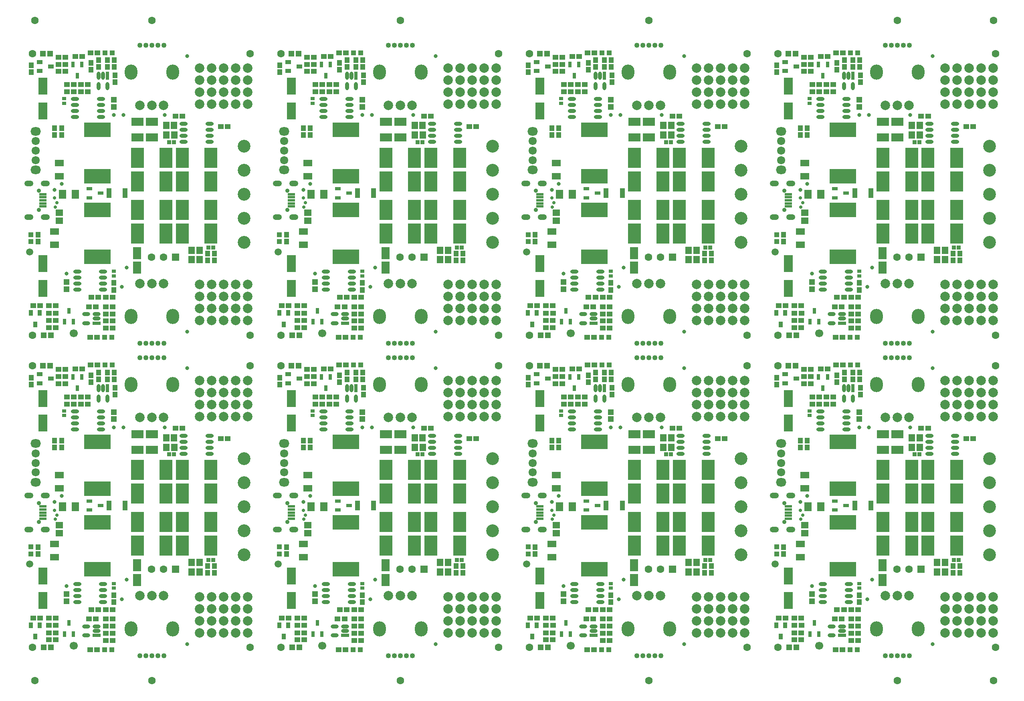
<source format=gts>
G04*
G04 #@! TF.GenerationSoftware,Altium Limited,Altium Designer,21.9.2 (33)*
G04*
G04 Layer_Color=8388736*
%FSLAX25Y25*%
%MOIN*%
G70*
G04*
G04 #@! TF.SameCoordinates,92FC589E-7DC0-4DB0-8F66-2D7A547C6286*
G04*
G04*
G04 #@! TF.FilePolarity,Negative*
G04*
G01*
G75*
%ADD75R,0.06299X0.02362*%
%ADD76R,0.05906X0.07284*%
%ADD77R,0.04528X0.04331*%
%ADD78R,0.04331X0.04528*%
G04:AMPARAMS|DCode=79|XSize=67.14mil|YSize=30.4mil|CornerRadius=15.2mil|HoleSize=0mil|Usage=FLASHONLY|Rotation=180.000|XOffset=0mil|YOffset=0mil|HoleType=Round|Shape=RoundedRectangle|*
%AMROUNDEDRECTD79*
21,1,0.06714,0.00000,0,0,180.0*
21,1,0.03674,0.03040,0,0,180.0*
1,1,0.03040,-0.01837,0.00000*
1,1,0.03040,0.01837,0.00000*
1,1,0.03040,0.01837,0.00000*
1,1,0.03040,-0.01837,0.00000*
%
%ADD79ROUNDEDRECTD79*%
%ADD80R,0.06714X0.03040*%
G04:AMPARAMS|DCode=81|XSize=67.14mil|YSize=30.4mil|CornerRadius=15.2mil|HoleSize=0mil|Usage=FLASHONLY|Rotation=270.000|XOffset=0mil|YOffset=0mil|HoleType=Round|Shape=RoundedRectangle|*
%AMROUNDEDRECTD81*
21,1,0.06714,0.00000,0,0,270.0*
21,1,0.03674,0.03040,0,0,270.0*
1,1,0.03040,0.00000,-0.01837*
1,1,0.03040,0.00000,0.01837*
1,1,0.03040,0.00000,0.01837*
1,1,0.03040,0.00000,-0.01837*
%
%ADD81ROUNDEDRECTD81*%
%ADD82R,0.03040X0.06714*%
%ADD83R,0.03937X0.03937*%
%ADD84R,0.03937X0.03937*%
%ADD85R,0.22047X0.12205*%
%ADD86O,0.06772X0.03150*%
%ADD87R,0.07284X0.14370*%
%ADD88R,0.03347X0.04724*%
%ADD89R,0.10827X0.16535*%
%ADD90R,0.04724X0.04528*%
%ADD91R,0.04724X0.03347*%
%ADD92R,0.03150X0.04528*%
%ADD93R,0.04016X0.07992*%
%ADD94C,0.03150*%
%ADD95R,0.03228X0.03228*%
%ADD96R,0.05709X0.06299*%
%ADD97R,0.05512X0.06299*%
%ADD98R,0.07480X0.05315*%
%ADD99R,0.04528X0.03150*%
%ADD100R,0.04528X0.04724*%
%ADD101R,0.03228X0.03032*%
%ADD102R,0.06299X0.05512*%
%ADD103R,0.10236X0.06890*%
%ADD104R,0.06890X0.10236*%
%ADD105C,0.02756*%
%ADD106C,0.06284*%
G04:AMPARAMS|DCode=107|XSize=62.99mil|YSize=62.99mil|CornerRadius=5.87mil|HoleSize=0mil|Usage=FLASHONLY|Rotation=270.000|XOffset=0mil|YOffset=0mil|HoleType=Round|Shape=RoundedRectangle|*
%AMROUNDEDRECTD107*
21,1,0.06299,0.05126,0,0,270.0*
21,1,0.05126,0.06299,0,0,270.0*
1,1,0.01173,-0.02563,-0.02563*
1,1,0.01173,-0.02563,0.02563*
1,1,0.01173,0.02563,0.02563*
1,1,0.01173,0.02563,-0.02563*
%
%ADD107ROUNDEDRECTD107*%
%ADD108C,0.06299*%
%ADD109O,0.08661X0.07087*%
%ADD110C,0.06787*%
%ADD111C,0.03543*%
%ADD112O,0.07480X0.04724*%
%ADD113C,0.04265*%
%ADD114C,0.07874*%
%ADD115O,0.10630X0.12598*%
%ADD116C,0.07874*%
%ADD117C,0.05890*%
%ADD118C,0.10630*%
%ADD119C,0.06693*%
D75*
X16535Y154724D02*
D03*
Y152165D02*
D03*
Y149606D02*
D03*
Y147047D02*
D03*
Y144488D02*
D03*
X223229Y154724D02*
D03*
Y152165D02*
D03*
Y149606D02*
D03*
Y147047D02*
D03*
Y144488D02*
D03*
X429922Y154724D02*
D03*
Y152165D02*
D03*
Y149606D02*
D03*
Y147047D02*
D03*
Y144488D02*
D03*
X636615Y154724D02*
D03*
Y152165D02*
D03*
Y149606D02*
D03*
Y147047D02*
D03*
Y144488D02*
D03*
X16535Y414567D02*
D03*
Y412008D02*
D03*
Y409449D02*
D03*
Y406890D02*
D03*
Y404331D02*
D03*
X223229Y414567D02*
D03*
Y412008D02*
D03*
Y409449D02*
D03*
Y406890D02*
D03*
Y404331D02*
D03*
X429922Y414567D02*
D03*
Y412008D02*
D03*
Y409449D02*
D03*
Y406890D02*
D03*
Y404331D02*
D03*
X636615Y414567D02*
D03*
Y412008D02*
D03*
Y409449D02*
D03*
Y406890D02*
D03*
Y404331D02*
D03*
D76*
X32776Y154528D02*
D03*
X43602D02*
D03*
X239469D02*
D03*
X250295D02*
D03*
X446162D02*
D03*
X456988D02*
D03*
X652855D02*
D03*
X663682D02*
D03*
X32776Y414370D02*
D03*
X43602D02*
D03*
X239469D02*
D03*
X250295D02*
D03*
X446162D02*
D03*
X456988D02*
D03*
X652855D02*
D03*
X663682D02*
D03*
D77*
X21555Y61811D02*
D03*
X27264D02*
D03*
X8563D02*
D03*
X14272D02*
D03*
X29429Y256890D02*
D03*
X35138D02*
D03*
X74508Y43307D02*
D03*
X68799D02*
D03*
X60729Y61024D02*
D03*
X55020D02*
D03*
X43602Y269291D02*
D03*
X49311D02*
D03*
X74508Y49213D02*
D03*
X68799D02*
D03*
Y55118D02*
D03*
X74508D02*
D03*
X68799Y61024D02*
D03*
X74508D02*
D03*
X56988Y68898D02*
D03*
X62697D02*
D03*
X21654Y55709D02*
D03*
X27362D02*
D03*
X68799Y68898D02*
D03*
X74508D02*
D03*
X55807Y35630D02*
D03*
X61516D02*
D03*
X27264Y43701D02*
D03*
X21555D02*
D03*
X42126Y245866D02*
D03*
X36417D02*
D03*
X42126Y239961D02*
D03*
X36417D02*
D03*
X53937Y245866D02*
D03*
X48228D02*
D03*
X164469Y211024D02*
D03*
X170177D02*
D03*
X35138Y262795D02*
D03*
X29429D02*
D03*
X61910Y272441D02*
D03*
X56201D02*
D03*
X53937Y239961D02*
D03*
X48228D02*
D03*
X132677Y219764D02*
D03*
X126969D02*
D03*
X21555Y49606D02*
D03*
X27264D02*
D03*
X35138Y268701D02*
D03*
X29429D02*
D03*
X228248Y61811D02*
D03*
X233957D02*
D03*
X215256D02*
D03*
X220965D02*
D03*
X236122Y256890D02*
D03*
X241831D02*
D03*
X281201Y43307D02*
D03*
X275492D02*
D03*
X267422Y61024D02*
D03*
X261713D02*
D03*
X250295Y269291D02*
D03*
X256004D02*
D03*
X281201Y49213D02*
D03*
X275492D02*
D03*
Y55118D02*
D03*
X281201D02*
D03*
X275492Y61024D02*
D03*
X281201D02*
D03*
X263681Y68898D02*
D03*
X269390D02*
D03*
X228347Y55709D02*
D03*
X234055D02*
D03*
X275492Y68898D02*
D03*
X281201D02*
D03*
X262500Y35630D02*
D03*
X268209D02*
D03*
X233957Y43701D02*
D03*
X228248D02*
D03*
X248819Y245866D02*
D03*
X243110D02*
D03*
X248819Y239961D02*
D03*
X243110D02*
D03*
X260630Y245866D02*
D03*
X254922D02*
D03*
X371162Y211024D02*
D03*
X376870D02*
D03*
X241831Y262795D02*
D03*
X236122D02*
D03*
X268603Y272441D02*
D03*
X262894D02*
D03*
X260630Y239961D02*
D03*
X254922D02*
D03*
X339370Y219764D02*
D03*
X333662D02*
D03*
X228248Y49606D02*
D03*
X233957D02*
D03*
X241831Y268701D02*
D03*
X236122D02*
D03*
X434941Y61811D02*
D03*
X440650D02*
D03*
X421949D02*
D03*
X427658D02*
D03*
X442815Y256890D02*
D03*
X448524D02*
D03*
X487894Y43307D02*
D03*
X482185D02*
D03*
X474115Y61024D02*
D03*
X468406D02*
D03*
X456988Y269291D02*
D03*
X462697D02*
D03*
X487894Y49213D02*
D03*
X482185D02*
D03*
Y55118D02*
D03*
X487894D02*
D03*
X482185Y61024D02*
D03*
X487894D02*
D03*
X470374Y68898D02*
D03*
X476083D02*
D03*
X435040Y55709D02*
D03*
X440748D02*
D03*
X482185Y68898D02*
D03*
X487894D02*
D03*
X469193Y35630D02*
D03*
X474902D02*
D03*
X440650Y43701D02*
D03*
X434941D02*
D03*
X455512Y245866D02*
D03*
X449803D02*
D03*
X455512Y239961D02*
D03*
X449803D02*
D03*
X467323Y245866D02*
D03*
X461615D02*
D03*
X577855Y211024D02*
D03*
X583563D02*
D03*
X448524Y262795D02*
D03*
X442815D02*
D03*
X475296Y272441D02*
D03*
X469587D02*
D03*
X467323Y239961D02*
D03*
X461615D02*
D03*
X546063Y219764D02*
D03*
X540355D02*
D03*
X434941Y49606D02*
D03*
X440650D02*
D03*
X448524Y268701D02*
D03*
X442815D02*
D03*
X641634Y61811D02*
D03*
X647343D02*
D03*
X628642D02*
D03*
X634351D02*
D03*
X649508Y256890D02*
D03*
X655217D02*
D03*
X694587Y43307D02*
D03*
X688878D02*
D03*
X680807Y61024D02*
D03*
X675099D02*
D03*
X663682Y269291D02*
D03*
X669390D02*
D03*
X694587Y49213D02*
D03*
X688878D02*
D03*
Y55118D02*
D03*
X694587D02*
D03*
X688878Y61024D02*
D03*
X694587D02*
D03*
X677067Y68898D02*
D03*
X682776D02*
D03*
X641733Y55709D02*
D03*
X647441D02*
D03*
X688878Y68898D02*
D03*
X694587D02*
D03*
X675886Y35630D02*
D03*
X681595D02*
D03*
X647343Y43701D02*
D03*
X641634D02*
D03*
X662205Y245866D02*
D03*
X656496D02*
D03*
X662205Y239961D02*
D03*
X656496D02*
D03*
X674016Y245866D02*
D03*
X668307D02*
D03*
X784548Y211024D02*
D03*
X790256D02*
D03*
X655217Y262795D02*
D03*
X649508D02*
D03*
X681989Y272441D02*
D03*
X676280D02*
D03*
X674016Y239961D02*
D03*
X668307D02*
D03*
X752756Y219764D02*
D03*
X747048D02*
D03*
X641634Y49606D02*
D03*
X647343D02*
D03*
X655217Y268701D02*
D03*
X649508D02*
D03*
X21555Y321654D02*
D03*
X27264D02*
D03*
X8563D02*
D03*
X14272D02*
D03*
X29429Y516732D02*
D03*
X35138D02*
D03*
X74508Y303150D02*
D03*
X68799D02*
D03*
X60729Y320866D02*
D03*
X55020D02*
D03*
X43602Y529134D02*
D03*
X49311D02*
D03*
X74508Y309055D02*
D03*
X68799D02*
D03*
Y314961D02*
D03*
X74508D02*
D03*
X68799Y320866D02*
D03*
X74508D02*
D03*
X56988Y328740D02*
D03*
X62697D02*
D03*
X21654Y315551D02*
D03*
X27362D02*
D03*
X68799Y328740D02*
D03*
X74508D02*
D03*
X55807Y295473D02*
D03*
X61516D02*
D03*
X27264Y303543D02*
D03*
X21555D02*
D03*
X42126Y505709D02*
D03*
X36417D02*
D03*
X42126Y499803D02*
D03*
X36417D02*
D03*
X53937Y505709D02*
D03*
X48228D02*
D03*
X164469Y470866D02*
D03*
X170177D02*
D03*
X35138Y522638D02*
D03*
X29429D02*
D03*
X61910Y532283D02*
D03*
X56201D02*
D03*
X53937Y499803D02*
D03*
X48228D02*
D03*
X132677Y479606D02*
D03*
X126969D02*
D03*
X21555Y309449D02*
D03*
X27264D02*
D03*
X35138Y528543D02*
D03*
X29429D02*
D03*
X228248Y321654D02*
D03*
X233957D02*
D03*
X215256D02*
D03*
X220965D02*
D03*
X236122Y516732D02*
D03*
X241831D02*
D03*
X281201Y303150D02*
D03*
X275492D02*
D03*
X267422Y320866D02*
D03*
X261713D02*
D03*
X250295Y529134D02*
D03*
X256004D02*
D03*
X281201Y309055D02*
D03*
X275492D02*
D03*
Y314961D02*
D03*
X281201D02*
D03*
X275492Y320866D02*
D03*
X281201D02*
D03*
X263681Y328740D02*
D03*
X269390D02*
D03*
X228347Y315551D02*
D03*
X234055D02*
D03*
X275492Y328740D02*
D03*
X281201D02*
D03*
X262500Y295473D02*
D03*
X268209D02*
D03*
X233957Y303543D02*
D03*
X228248D02*
D03*
X248819Y505709D02*
D03*
X243110D02*
D03*
X248819Y499803D02*
D03*
X243110D02*
D03*
X260630Y505709D02*
D03*
X254922D02*
D03*
X371162Y470866D02*
D03*
X376870D02*
D03*
X241831Y522638D02*
D03*
X236122D02*
D03*
X268603Y532283D02*
D03*
X262894D02*
D03*
X260630Y499803D02*
D03*
X254922D02*
D03*
X339370Y479606D02*
D03*
X333662D02*
D03*
X228248Y309449D02*
D03*
X233957D02*
D03*
X241831Y528543D02*
D03*
X236122D02*
D03*
X434941Y321654D02*
D03*
X440650D02*
D03*
X421949D02*
D03*
X427658D02*
D03*
X442815Y516732D02*
D03*
X448524D02*
D03*
X487894Y303150D02*
D03*
X482185D02*
D03*
X474115Y320866D02*
D03*
X468406D02*
D03*
X456988Y529134D02*
D03*
X462697D02*
D03*
X487894Y309055D02*
D03*
X482185D02*
D03*
Y314961D02*
D03*
X487894D02*
D03*
X482185Y320866D02*
D03*
X487894D02*
D03*
X470374Y328740D02*
D03*
X476083D02*
D03*
X435040Y315551D02*
D03*
X440748D02*
D03*
X482185Y328740D02*
D03*
X487894D02*
D03*
X469193Y295473D02*
D03*
X474902D02*
D03*
X440650Y303543D02*
D03*
X434941D02*
D03*
X455512Y505709D02*
D03*
X449803D02*
D03*
X455512Y499803D02*
D03*
X449803D02*
D03*
X467323Y505709D02*
D03*
X461615D02*
D03*
X577855Y470866D02*
D03*
X583563D02*
D03*
X448524Y522638D02*
D03*
X442815D02*
D03*
X475296Y532283D02*
D03*
X469587D02*
D03*
X467323Y499803D02*
D03*
X461615D02*
D03*
X546063Y479606D02*
D03*
X540355D02*
D03*
X434941Y309449D02*
D03*
X440650D02*
D03*
X448524Y528543D02*
D03*
X442815D02*
D03*
X641634Y321654D02*
D03*
X647343D02*
D03*
X628642D02*
D03*
X634351D02*
D03*
X649508Y516732D02*
D03*
X655217D02*
D03*
X694587Y303150D02*
D03*
X688878D02*
D03*
X680807Y320866D02*
D03*
X675099D02*
D03*
X663682Y529134D02*
D03*
X669390D02*
D03*
X694587Y309055D02*
D03*
X688878D02*
D03*
Y314961D02*
D03*
X694587D02*
D03*
X688878Y320866D02*
D03*
X694587D02*
D03*
X677067Y328740D02*
D03*
X682776D02*
D03*
X641733Y315551D02*
D03*
X647441D02*
D03*
X688878Y328740D02*
D03*
X694587D02*
D03*
X675886Y295473D02*
D03*
X681595D02*
D03*
X647343Y303543D02*
D03*
X641634D02*
D03*
X662205Y505709D02*
D03*
X656496D02*
D03*
X662205Y499803D02*
D03*
X656496D02*
D03*
X674016Y505709D02*
D03*
X668307D02*
D03*
X784548Y470866D02*
D03*
X790256D02*
D03*
X655217Y522638D02*
D03*
X649508D02*
D03*
X681989Y532283D02*
D03*
X676280D02*
D03*
X674016Y499803D02*
D03*
X668307D02*
D03*
X752756Y479606D02*
D03*
X747048D02*
D03*
X641634Y309449D02*
D03*
X647343D02*
D03*
X655217Y528543D02*
D03*
X649508D02*
D03*
D78*
X6890Y256201D02*
D03*
Y261910D02*
D03*
X159252Y105217D02*
D03*
Y99508D02*
D03*
X56693Y263878D02*
D03*
Y258169D02*
D03*
X75984Y266240D02*
D03*
Y260531D02*
D03*
X70079D02*
D03*
Y266240D02*
D03*
X76575Y253642D02*
D03*
Y247933D02*
D03*
X62992Y260531D02*
D03*
Y266240D02*
D03*
X153543Y99508D02*
D03*
Y105217D02*
D03*
X32284Y203839D02*
D03*
Y209547D02*
D03*
X75591Y75099D02*
D03*
Y80807D02*
D03*
X26378Y209547D02*
D03*
Y203839D02*
D03*
X12598Y120965D02*
D03*
Y115256D02*
D03*
X213583Y256201D02*
D03*
Y261910D02*
D03*
X365945Y105217D02*
D03*
Y99508D02*
D03*
X263386Y263878D02*
D03*
Y258169D02*
D03*
X282677Y266240D02*
D03*
Y260531D02*
D03*
X276772D02*
D03*
Y266240D02*
D03*
X283268Y253642D02*
D03*
Y247933D02*
D03*
X269685Y260531D02*
D03*
Y266240D02*
D03*
X360236Y99508D02*
D03*
Y105217D02*
D03*
X238977Y203839D02*
D03*
Y209547D02*
D03*
X282284Y75099D02*
D03*
Y80807D02*
D03*
X233071Y209547D02*
D03*
Y203839D02*
D03*
X219292Y120965D02*
D03*
Y115256D02*
D03*
X420276Y256201D02*
D03*
Y261910D02*
D03*
X572638Y105217D02*
D03*
Y99508D02*
D03*
X470079Y263878D02*
D03*
Y258169D02*
D03*
X489370Y266240D02*
D03*
Y260531D02*
D03*
X483465D02*
D03*
Y266240D02*
D03*
X489961Y253642D02*
D03*
Y247933D02*
D03*
X476378Y260531D02*
D03*
Y266240D02*
D03*
X566929Y99508D02*
D03*
Y105217D02*
D03*
X445670Y203839D02*
D03*
Y209547D02*
D03*
X488977Y75099D02*
D03*
Y80807D02*
D03*
X439764Y209547D02*
D03*
Y203839D02*
D03*
X425985Y120965D02*
D03*
Y115256D02*
D03*
X626969Y256201D02*
D03*
Y261910D02*
D03*
X779331Y105217D02*
D03*
Y99508D02*
D03*
X676772Y263878D02*
D03*
Y258169D02*
D03*
X696063Y266240D02*
D03*
Y260531D02*
D03*
X690158D02*
D03*
Y266240D02*
D03*
X696654Y253642D02*
D03*
Y247933D02*
D03*
X683071Y260531D02*
D03*
Y266240D02*
D03*
X773623Y99508D02*
D03*
Y105217D02*
D03*
X652363Y203839D02*
D03*
Y209547D02*
D03*
X695670Y75099D02*
D03*
Y80807D02*
D03*
X646457Y209547D02*
D03*
Y203839D02*
D03*
X632678Y120965D02*
D03*
Y115256D02*
D03*
X6890Y516043D02*
D03*
Y521752D02*
D03*
X159252Y365059D02*
D03*
Y359350D02*
D03*
X56693Y523721D02*
D03*
Y518012D02*
D03*
X75984Y526083D02*
D03*
Y520374D02*
D03*
X70079D02*
D03*
Y526083D02*
D03*
X76575Y513484D02*
D03*
Y507776D02*
D03*
X62992Y520374D02*
D03*
Y526083D02*
D03*
X153543Y359350D02*
D03*
Y365059D02*
D03*
X32284Y463681D02*
D03*
Y469390D02*
D03*
X75591Y334941D02*
D03*
Y340650D02*
D03*
X26378Y469390D02*
D03*
Y463681D02*
D03*
X12598Y380807D02*
D03*
Y375098D02*
D03*
X213583Y516043D02*
D03*
Y521752D02*
D03*
X365945Y365059D02*
D03*
Y359350D02*
D03*
X263386Y523721D02*
D03*
Y518012D02*
D03*
X282677Y526083D02*
D03*
Y520374D02*
D03*
X276772D02*
D03*
Y526083D02*
D03*
X283268Y513484D02*
D03*
Y507776D02*
D03*
X269685Y520374D02*
D03*
Y526083D02*
D03*
X360236Y359350D02*
D03*
Y365059D02*
D03*
X238977Y463681D02*
D03*
Y469390D02*
D03*
X282284Y334941D02*
D03*
Y340650D02*
D03*
X233071Y469390D02*
D03*
Y463681D02*
D03*
X219292Y380807D02*
D03*
Y375098D02*
D03*
X420276Y516043D02*
D03*
Y521752D02*
D03*
X572638Y365059D02*
D03*
Y359350D02*
D03*
X470079Y523721D02*
D03*
Y518012D02*
D03*
X489370Y526083D02*
D03*
Y520374D02*
D03*
X483465D02*
D03*
Y526083D02*
D03*
X489961Y513484D02*
D03*
Y507776D02*
D03*
X476378Y520374D02*
D03*
Y526083D02*
D03*
X566929Y359350D02*
D03*
Y365059D02*
D03*
X445670Y463681D02*
D03*
Y469390D02*
D03*
X488977Y334941D02*
D03*
Y340650D02*
D03*
X439764Y469390D02*
D03*
Y463681D02*
D03*
X425985Y380807D02*
D03*
Y375098D02*
D03*
X626969Y516043D02*
D03*
Y521752D02*
D03*
X779331Y365059D02*
D03*
Y359350D02*
D03*
X676772Y523721D02*
D03*
Y518012D02*
D03*
X696063Y526083D02*
D03*
Y520374D02*
D03*
X690158D02*
D03*
Y526083D02*
D03*
X696654Y513484D02*
D03*
Y507776D02*
D03*
X683071Y520374D02*
D03*
Y526083D02*
D03*
X773623Y359350D02*
D03*
Y365059D02*
D03*
X652363Y463681D02*
D03*
Y469390D02*
D03*
X695670Y334941D02*
D03*
Y340650D02*
D03*
X646457Y469390D02*
D03*
Y463681D02*
D03*
X632678Y380807D02*
D03*
Y375098D02*
D03*
D79*
X52557Y47441D02*
D03*
Y54921D02*
D03*
X61222D02*
D03*
Y51181D02*
D03*
X259250Y47441D02*
D03*
Y54921D02*
D03*
X267916D02*
D03*
Y51181D02*
D03*
X465943Y47441D02*
D03*
Y54921D02*
D03*
X474609D02*
D03*
Y51181D02*
D03*
X672636Y47441D02*
D03*
Y54921D02*
D03*
X681302D02*
D03*
Y51181D02*
D03*
X52557Y307283D02*
D03*
Y314764D02*
D03*
X61222D02*
D03*
Y311024D02*
D03*
X259250Y307283D02*
D03*
Y314764D02*
D03*
X267916D02*
D03*
Y311024D02*
D03*
X465943Y307283D02*
D03*
Y314764D02*
D03*
X474609D02*
D03*
Y311024D02*
D03*
X672636Y307283D02*
D03*
Y314764D02*
D03*
X681302D02*
D03*
Y311024D02*
D03*
D80*
X61222Y47441D02*
D03*
X267916D02*
D03*
X474609D02*
D03*
X681302D02*
D03*
X61222Y307283D02*
D03*
X267916D02*
D03*
X474609D02*
D03*
X681302D02*
D03*
D81*
X70276Y244486D02*
D03*
X62795D02*
D03*
Y253151D02*
D03*
X66536D02*
D03*
X276969Y244486D02*
D03*
X269488D02*
D03*
Y253151D02*
D03*
X273229D02*
D03*
X483662Y244486D02*
D03*
X476181D02*
D03*
Y253151D02*
D03*
X479922D02*
D03*
X690355Y244486D02*
D03*
X682874D02*
D03*
Y253151D02*
D03*
X686615D02*
D03*
X70276Y504329D02*
D03*
X62795D02*
D03*
Y512994D02*
D03*
X66536D02*
D03*
X276969Y504329D02*
D03*
X269488D02*
D03*
Y512994D02*
D03*
X273229D02*
D03*
X483662Y504329D02*
D03*
X476181D02*
D03*
Y512994D02*
D03*
X479922D02*
D03*
X690355Y504329D02*
D03*
X682874D02*
D03*
Y512994D02*
D03*
X686615D02*
D03*
D82*
X70276Y253151D02*
D03*
X276969D02*
D03*
X483662D02*
D03*
X690355D02*
D03*
X70276Y512994D02*
D03*
X276969D02*
D03*
X483662D02*
D03*
X690355D02*
D03*
D83*
X6693Y121063D02*
D03*
Y115157D02*
D03*
X213386Y121063D02*
D03*
Y115157D02*
D03*
X420079Y121063D02*
D03*
Y115157D02*
D03*
X626772Y121063D02*
D03*
Y115157D02*
D03*
X6693Y380906D02*
D03*
Y375000D02*
D03*
X213386Y380906D02*
D03*
Y375000D02*
D03*
X420079Y380906D02*
D03*
Y375000D02*
D03*
X626772Y380906D02*
D03*
Y375000D02*
D03*
D84*
X74213Y272441D02*
D03*
X68307D02*
D03*
X73819Y35630D02*
D03*
X67914D02*
D03*
X280906Y272441D02*
D03*
X275000D02*
D03*
X280512Y35630D02*
D03*
X274606D02*
D03*
X487599Y272441D02*
D03*
X481693D02*
D03*
X487205Y35630D02*
D03*
X481299D02*
D03*
X694292Y272441D02*
D03*
X688386D02*
D03*
X693898Y35630D02*
D03*
X687993D02*
D03*
X74213Y532283D02*
D03*
X68307D02*
D03*
X73819Y295473D02*
D03*
X67914D02*
D03*
X280906Y532283D02*
D03*
X275000D02*
D03*
X280512Y295473D02*
D03*
X274606D02*
D03*
X487599Y532283D02*
D03*
X481693D02*
D03*
X487205Y295473D02*
D03*
X481299D02*
D03*
X694292Y532283D02*
D03*
X688386D02*
D03*
X693898Y295473D02*
D03*
X687993D02*
D03*
D85*
X61811Y169488D02*
D03*
Y208465D02*
D03*
Y102559D02*
D03*
Y141535D02*
D03*
X268504Y169488D02*
D03*
Y208465D02*
D03*
Y102559D02*
D03*
Y141535D02*
D03*
X475197Y169488D02*
D03*
Y208465D02*
D03*
Y102559D02*
D03*
Y141535D02*
D03*
X681890Y169488D02*
D03*
Y208465D02*
D03*
Y102559D02*
D03*
Y141535D02*
D03*
X61811Y429331D02*
D03*
Y468307D02*
D03*
Y362402D02*
D03*
Y401378D02*
D03*
X268504Y429331D02*
D03*
Y468307D02*
D03*
Y362402D02*
D03*
Y401378D02*
D03*
X475197Y429331D02*
D03*
Y468307D02*
D03*
Y362402D02*
D03*
Y401378D02*
D03*
X681890Y429331D02*
D03*
Y468307D02*
D03*
Y362402D02*
D03*
Y401378D02*
D03*
D86*
X43110Y233878D02*
D03*
Y228878D02*
D03*
Y223878D02*
D03*
Y218878D02*
D03*
X64764Y233878D02*
D03*
Y228878D02*
D03*
Y223878D02*
D03*
Y218878D02*
D03*
X66732Y75177D02*
D03*
Y80177D02*
D03*
Y85177D02*
D03*
Y90177D02*
D03*
X45079Y75177D02*
D03*
Y80177D02*
D03*
Y85177D02*
D03*
Y90177D02*
D03*
X133661Y213405D02*
D03*
Y208405D02*
D03*
Y203405D02*
D03*
Y198406D02*
D03*
X155315Y213405D02*
D03*
Y208405D02*
D03*
Y203405D02*
D03*
Y198406D02*
D03*
X249803Y233878D02*
D03*
Y228878D02*
D03*
Y223878D02*
D03*
Y218878D02*
D03*
X271457Y233878D02*
D03*
Y228878D02*
D03*
Y223878D02*
D03*
Y218878D02*
D03*
X273425Y75177D02*
D03*
Y80177D02*
D03*
Y85177D02*
D03*
Y90177D02*
D03*
X251772Y75177D02*
D03*
Y80177D02*
D03*
Y85177D02*
D03*
Y90177D02*
D03*
X340355Y213405D02*
D03*
Y208405D02*
D03*
Y203405D02*
D03*
Y198406D02*
D03*
X362008Y213405D02*
D03*
Y208405D02*
D03*
Y203405D02*
D03*
Y198406D02*
D03*
X456496Y233878D02*
D03*
Y228878D02*
D03*
Y223878D02*
D03*
Y218878D02*
D03*
X478150Y233878D02*
D03*
Y228878D02*
D03*
Y223878D02*
D03*
Y218878D02*
D03*
X480118Y75177D02*
D03*
Y80177D02*
D03*
Y85177D02*
D03*
Y90177D02*
D03*
X458465Y75177D02*
D03*
Y80177D02*
D03*
Y85177D02*
D03*
Y90177D02*
D03*
X547048Y213405D02*
D03*
Y208405D02*
D03*
Y203405D02*
D03*
Y198406D02*
D03*
X568701Y213405D02*
D03*
Y208405D02*
D03*
Y203405D02*
D03*
Y198406D02*
D03*
X663189Y233878D02*
D03*
Y228878D02*
D03*
Y223878D02*
D03*
Y218878D02*
D03*
X684843Y233878D02*
D03*
Y228878D02*
D03*
Y223878D02*
D03*
Y218878D02*
D03*
X686811Y75177D02*
D03*
Y80177D02*
D03*
Y85177D02*
D03*
Y90177D02*
D03*
X665158Y75177D02*
D03*
Y80177D02*
D03*
Y85177D02*
D03*
Y90177D02*
D03*
X753741Y213405D02*
D03*
Y208405D02*
D03*
Y203405D02*
D03*
Y198406D02*
D03*
X775394Y213405D02*
D03*
Y208405D02*
D03*
Y203405D02*
D03*
Y198406D02*
D03*
X43110Y493720D02*
D03*
Y488721D02*
D03*
Y483720D02*
D03*
Y478721D02*
D03*
X64764Y493720D02*
D03*
Y488721D02*
D03*
Y483720D02*
D03*
Y478721D02*
D03*
X66732Y335020D02*
D03*
Y340020D02*
D03*
Y345020D02*
D03*
Y350020D02*
D03*
X45079Y335020D02*
D03*
Y340020D02*
D03*
Y345020D02*
D03*
Y350020D02*
D03*
X133661Y473248D02*
D03*
Y468248D02*
D03*
Y463248D02*
D03*
Y458248D02*
D03*
X155315Y473248D02*
D03*
Y468248D02*
D03*
Y463248D02*
D03*
Y458248D02*
D03*
X249803Y493720D02*
D03*
Y488721D02*
D03*
Y483720D02*
D03*
Y478721D02*
D03*
X271457Y493720D02*
D03*
Y488721D02*
D03*
Y483720D02*
D03*
Y478721D02*
D03*
X273425Y335020D02*
D03*
Y340020D02*
D03*
Y345020D02*
D03*
Y350020D02*
D03*
X251772Y335020D02*
D03*
Y340020D02*
D03*
Y345020D02*
D03*
Y350020D02*
D03*
X340355Y473248D02*
D03*
Y468248D02*
D03*
Y463248D02*
D03*
Y458248D02*
D03*
X362008Y473248D02*
D03*
Y468248D02*
D03*
Y463248D02*
D03*
Y458248D02*
D03*
X456496Y493720D02*
D03*
Y488721D02*
D03*
Y483720D02*
D03*
Y478721D02*
D03*
X478150Y493720D02*
D03*
Y488721D02*
D03*
Y483720D02*
D03*
Y478721D02*
D03*
X480118Y335020D02*
D03*
Y340020D02*
D03*
Y345020D02*
D03*
Y350020D02*
D03*
X458465Y335020D02*
D03*
Y340020D02*
D03*
Y345020D02*
D03*
Y350020D02*
D03*
X547048Y473248D02*
D03*
Y468248D02*
D03*
Y463248D02*
D03*
Y458248D02*
D03*
X568701Y473248D02*
D03*
Y468248D02*
D03*
Y463248D02*
D03*
Y458248D02*
D03*
X663189Y493720D02*
D03*
Y488721D02*
D03*
Y483720D02*
D03*
Y478721D02*
D03*
X684843Y493720D02*
D03*
Y488721D02*
D03*
Y483720D02*
D03*
Y478721D02*
D03*
X686811Y335020D02*
D03*
Y340020D02*
D03*
Y345020D02*
D03*
Y350020D02*
D03*
X665158Y335020D02*
D03*
Y340020D02*
D03*
Y345020D02*
D03*
Y350020D02*
D03*
X753741Y473248D02*
D03*
Y468248D02*
D03*
Y463248D02*
D03*
Y458248D02*
D03*
X775394Y473248D02*
D03*
Y468248D02*
D03*
Y463248D02*
D03*
Y458248D02*
D03*
D87*
X16535Y96850D02*
D03*
Y76378D02*
D03*
Y224016D02*
D03*
Y244488D02*
D03*
X223229Y96850D02*
D03*
Y76378D02*
D03*
Y224016D02*
D03*
Y244488D02*
D03*
X429922Y96850D02*
D03*
Y76378D02*
D03*
Y224016D02*
D03*
Y244488D02*
D03*
X636615Y96850D02*
D03*
Y76378D02*
D03*
Y224016D02*
D03*
Y244488D02*
D03*
X16535Y356693D02*
D03*
Y336221D02*
D03*
Y483858D02*
D03*
Y504331D02*
D03*
X223229Y356693D02*
D03*
Y336221D02*
D03*
Y483858D02*
D03*
Y504331D02*
D03*
X429922Y356693D02*
D03*
Y336221D02*
D03*
Y483858D02*
D03*
Y504331D02*
D03*
X636615Y356693D02*
D03*
Y336221D02*
D03*
Y483858D02*
D03*
Y504331D02*
D03*
D88*
X6496Y55905D02*
D03*
X10236Y46457D02*
D03*
X13976Y55905D02*
D03*
X213189D02*
D03*
X216929Y46457D02*
D03*
X220670Y55905D02*
D03*
X419882D02*
D03*
X423622Y46457D02*
D03*
X427362Y55905D02*
D03*
X626575D02*
D03*
X630315Y46457D02*
D03*
X634056Y55905D02*
D03*
X6496Y315748D02*
D03*
X10236Y306299D02*
D03*
X13976Y315748D02*
D03*
X213189D02*
D03*
X216929Y306299D02*
D03*
X220670Y315748D02*
D03*
X419882D02*
D03*
X423622Y306299D02*
D03*
X427362Y315748D02*
D03*
X626575D02*
D03*
X630315Y306299D02*
D03*
X634056Y315748D02*
D03*
D89*
X156398Y122047D02*
D03*
X132579D02*
D03*
X95177Y165354D02*
D03*
X118996D02*
D03*
Y185039D02*
D03*
X95177D02*
D03*
X156398Y185039D02*
D03*
X132579D02*
D03*
Y165354D02*
D03*
X156398D02*
D03*
X156398Y141732D02*
D03*
X132579D02*
D03*
X118996Y141732D02*
D03*
X95177D02*
D03*
Y122047D02*
D03*
X118996D02*
D03*
X363091Y122047D02*
D03*
X339272D02*
D03*
X301870Y165354D02*
D03*
X325689D02*
D03*
Y185039D02*
D03*
X301870D02*
D03*
X363091Y185039D02*
D03*
X339272D02*
D03*
Y165354D02*
D03*
X363091D02*
D03*
X363091Y141732D02*
D03*
X339272D02*
D03*
X325689Y141732D02*
D03*
X301870D02*
D03*
Y122047D02*
D03*
X325689D02*
D03*
X569784Y122047D02*
D03*
X545965D02*
D03*
X508563Y165354D02*
D03*
X532382D02*
D03*
Y185039D02*
D03*
X508563D02*
D03*
X569784Y185039D02*
D03*
X545965D02*
D03*
Y165354D02*
D03*
X569784D02*
D03*
X569784Y141732D02*
D03*
X545965D02*
D03*
X532382Y141732D02*
D03*
X508563D02*
D03*
Y122047D02*
D03*
X532382D02*
D03*
X776477Y122047D02*
D03*
X752658D02*
D03*
X715256Y165354D02*
D03*
X739075D02*
D03*
Y185039D02*
D03*
X715256D02*
D03*
X776477Y185039D02*
D03*
X752658D02*
D03*
Y165354D02*
D03*
X776477D02*
D03*
X776477Y141732D02*
D03*
X752658D02*
D03*
X739075Y141732D02*
D03*
X715256D02*
D03*
Y122047D02*
D03*
X739075D02*
D03*
X156398Y381890D02*
D03*
X132579D02*
D03*
X95177Y425197D02*
D03*
X118996D02*
D03*
Y444882D02*
D03*
X95177D02*
D03*
X156398Y444882D02*
D03*
X132579D02*
D03*
Y425197D02*
D03*
X156398D02*
D03*
X156398Y401575D02*
D03*
X132579D02*
D03*
X118996Y401575D02*
D03*
X95177D02*
D03*
Y381890D02*
D03*
X118996D02*
D03*
X363091Y381890D02*
D03*
X339272D02*
D03*
X301870Y425197D02*
D03*
X325689D02*
D03*
Y444882D02*
D03*
X301870D02*
D03*
X363091Y444882D02*
D03*
X339272D02*
D03*
Y425197D02*
D03*
X363091D02*
D03*
X363091Y401575D02*
D03*
X339272D02*
D03*
X325689Y401575D02*
D03*
X301870D02*
D03*
Y381890D02*
D03*
X325689D02*
D03*
X569784Y381890D02*
D03*
X545965D02*
D03*
X508563Y425197D02*
D03*
X532382D02*
D03*
Y444882D02*
D03*
X508563D02*
D03*
X569784Y444882D02*
D03*
X545965D02*
D03*
Y425197D02*
D03*
X569784D02*
D03*
X569784Y401575D02*
D03*
X545965D02*
D03*
X532382Y401575D02*
D03*
X508563D02*
D03*
Y381890D02*
D03*
X532382D02*
D03*
X776477Y381890D02*
D03*
X752658D02*
D03*
X715256Y425197D02*
D03*
X739075D02*
D03*
Y444882D02*
D03*
X715256D02*
D03*
X776477Y444882D02*
D03*
X752658D02*
D03*
Y425197D02*
D03*
X776477D02*
D03*
X776477Y401575D02*
D03*
X752658D02*
D03*
X739075Y401575D02*
D03*
X715256D02*
D03*
Y381890D02*
D03*
X739075D02*
D03*
D90*
X22441Y271654D02*
D03*
X16535D02*
D03*
X23228Y37402D02*
D03*
X17323D02*
D03*
X229134Y271654D02*
D03*
X223229D02*
D03*
X229922Y37402D02*
D03*
X224016D02*
D03*
X435827Y271654D02*
D03*
X429922D02*
D03*
X436615Y37402D02*
D03*
X430709D02*
D03*
X642520Y271654D02*
D03*
X636615D02*
D03*
X643307Y37402D02*
D03*
X637402D02*
D03*
X22441Y531496D02*
D03*
X16535D02*
D03*
X23228Y297244D02*
D03*
X17323D02*
D03*
X229134Y531496D02*
D03*
X223229D02*
D03*
X229922Y297244D02*
D03*
X224016D02*
D03*
X435827Y531496D02*
D03*
X429922D02*
D03*
X436615Y297244D02*
D03*
X430709D02*
D03*
X642520Y531496D02*
D03*
X636615D02*
D03*
X643307Y297244D02*
D03*
X637402D02*
D03*
D91*
X13780Y264764D02*
D03*
X23228Y261024D02*
D03*
X13780Y257283D02*
D03*
X220473Y264764D02*
D03*
X229922Y261024D02*
D03*
X220473Y257283D02*
D03*
X427166Y264764D02*
D03*
X436615Y261024D02*
D03*
X427166Y257283D02*
D03*
X633859Y264764D02*
D03*
X643307Y261024D02*
D03*
X633859Y257283D02*
D03*
X13780Y524606D02*
D03*
X23228Y520866D02*
D03*
X13780Y517126D02*
D03*
X220473Y524606D02*
D03*
X229922Y520866D02*
D03*
X220473Y517126D02*
D03*
X427166Y524606D02*
D03*
X436615Y520866D02*
D03*
X427166Y517126D02*
D03*
X633859Y524606D02*
D03*
X643307Y520866D02*
D03*
X633859Y517126D02*
D03*
D92*
X38189Y57776D02*
D03*
X41929Y48524D02*
D03*
X34449D02*
D03*
X49016Y262500D02*
D03*
X41536D02*
D03*
X45276Y253248D02*
D03*
X244882Y57776D02*
D03*
X248622Y48524D02*
D03*
X241142D02*
D03*
X255709Y262500D02*
D03*
X248229D02*
D03*
X251969Y253248D02*
D03*
X451575Y57776D02*
D03*
X455315Y48524D02*
D03*
X447835D02*
D03*
X462402Y262500D02*
D03*
X454922D02*
D03*
X458662Y253248D02*
D03*
X658268Y57776D02*
D03*
X662008Y48524D02*
D03*
X654528D02*
D03*
X669095Y262500D02*
D03*
X661615D02*
D03*
X665355Y253248D02*
D03*
X38189Y317618D02*
D03*
X41929Y308366D02*
D03*
X34449D02*
D03*
X49016Y522343D02*
D03*
X41536D02*
D03*
X45276Y513091D02*
D03*
X244882Y317618D02*
D03*
X248622Y308366D02*
D03*
X241142D02*
D03*
X255709Y522343D02*
D03*
X248229D02*
D03*
X251969Y513091D02*
D03*
X451575Y317618D02*
D03*
X455315Y308366D02*
D03*
X447835D02*
D03*
X462402Y522343D02*
D03*
X454922D02*
D03*
X458662Y513091D02*
D03*
X658268Y317618D02*
D03*
X662008Y308366D02*
D03*
X654528D02*
D03*
X669095Y522343D02*
D03*
X661615D02*
D03*
X665355Y513091D02*
D03*
D93*
X85020Y155512D02*
D03*
X71673D02*
D03*
X291713D02*
D03*
X278366D02*
D03*
X498406D02*
D03*
X485059D02*
D03*
X705099D02*
D03*
X691752D02*
D03*
X85020Y415354D02*
D03*
X71673D02*
D03*
X291713D02*
D03*
X278366D02*
D03*
X498406D02*
D03*
X485059D02*
D03*
X705099D02*
D03*
X691752D02*
D03*
D94*
X82284Y77559D02*
D03*
X86221Y93701D02*
D03*
X136614Y269685D02*
D03*
X36221Y88583D02*
D03*
X32284Y163386D02*
D03*
X26378Y158465D02*
D03*
X83465Y220473D02*
D03*
X117913D02*
D03*
X75591D02*
D03*
X136614Y40275D02*
D03*
X288977Y77559D02*
D03*
X292914Y93701D02*
D03*
X343307Y269685D02*
D03*
X242914Y88583D02*
D03*
X238977Y163386D02*
D03*
X233071Y158465D02*
D03*
X290158Y220473D02*
D03*
X324606D02*
D03*
X282284D02*
D03*
X343307Y40275D02*
D03*
X495670Y77559D02*
D03*
X499607Y93701D02*
D03*
X550000Y269685D02*
D03*
X449607Y88583D02*
D03*
X445670Y163386D02*
D03*
X439764Y158465D02*
D03*
X496851Y220473D02*
D03*
X531299D02*
D03*
X488977D02*
D03*
X550000Y40275D02*
D03*
X702363Y77559D02*
D03*
X706300Y93701D02*
D03*
X756693Y269685D02*
D03*
X656300Y88583D02*
D03*
X652363Y163386D02*
D03*
X646457Y158465D02*
D03*
X703544Y220473D02*
D03*
X737993D02*
D03*
X695670D02*
D03*
X756693Y40275D02*
D03*
X82284Y337402D02*
D03*
X86221Y353543D02*
D03*
X136614Y529528D02*
D03*
X36221Y348425D02*
D03*
X32284Y423228D02*
D03*
X26378Y418307D02*
D03*
X83465Y480315D02*
D03*
X117913D02*
D03*
X75591D02*
D03*
X136614Y300117D02*
D03*
X288977Y337402D02*
D03*
X292914Y353543D02*
D03*
X343307Y529528D02*
D03*
X242914Y348425D02*
D03*
X238977Y423228D02*
D03*
X233071Y418307D02*
D03*
X290158Y480315D02*
D03*
X324606D02*
D03*
X282284D02*
D03*
X343307Y300117D02*
D03*
X495670Y337402D02*
D03*
X499607Y353543D02*
D03*
X550000Y529528D02*
D03*
X449607Y348425D02*
D03*
X445670Y423228D02*
D03*
X439764Y418307D02*
D03*
X496851Y480315D02*
D03*
X531299D02*
D03*
X488977D02*
D03*
X550000Y300117D02*
D03*
X702363Y337402D02*
D03*
X706300Y353543D02*
D03*
X756693Y529528D02*
D03*
X656300Y348425D02*
D03*
X652363Y423228D02*
D03*
X646457Y418307D02*
D03*
X703544Y480315D02*
D03*
X737993D02*
D03*
X695670D02*
D03*
X756693Y300117D02*
D03*
D95*
X158307Y110236D02*
D03*
X154291D02*
D03*
X121614Y198031D02*
D03*
X125630D02*
D03*
X365000Y110236D02*
D03*
X360984D02*
D03*
X328307Y198031D02*
D03*
X332323D02*
D03*
X571693Y110236D02*
D03*
X567677D02*
D03*
X535000Y198031D02*
D03*
X539016D02*
D03*
X778386Y110236D02*
D03*
X774370D02*
D03*
X741693Y198031D02*
D03*
X745709D02*
D03*
X158307Y370079D02*
D03*
X154291D02*
D03*
X121614Y457874D02*
D03*
X125630D02*
D03*
X365000Y370079D02*
D03*
X360984D02*
D03*
X328307Y457874D02*
D03*
X332323D02*
D03*
X571693Y370079D02*
D03*
X567677D02*
D03*
X535000Y457874D02*
D03*
X539016D02*
D03*
X778386Y370079D02*
D03*
X774370D02*
D03*
X741693Y457874D02*
D03*
X745709D02*
D03*
D96*
X146752Y108071D02*
D03*
X140256D02*
D03*
X119193Y211811D02*
D03*
X125689D02*
D03*
X353445Y108071D02*
D03*
X346949D02*
D03*
X325886Y211811D02*
D03*
X332382D02*
D03*
X560138Y108071D02*
D03*
X553642D02*
D03*
X532579Y211811D02*
D03*
X539075D02*
D03*
X766831Y108071D02*
D03*
X760335D02*
D03*
X739272Y211811D02*
D03*
X745768D02*
D03*
X146752Y367913D02*
D03*
X140256D02*
D03*
X119193Y471654D02*
D03*
X125689D02*
D03*
X353445Y367913D02*
D03*
X346949D02*
D03*
X325886Y471654D02*
D03*
X332382D02*
D03*
X560138Y367913D02*
D03*
X553642D02*
D03*
X532579Y471654D02*
D03*
X539075D02*
D03*
X766831Y367913D02*
D03*
X760335D02*
D03*
X739272Y471654D02*
D03*
X745768D02*
D03*
D97*
X146851Y100197D02*
D03*
X140158D02*
D03*
X125787Y203937D02*
D03*
X119095D02*
D03*
X353543Y100197D02*
D03*
X346851D02*
D03*
X332481Y203937D02*
D03*
X325788D02*
D03*
X560237Y100197D02*
D03*
X553544D02*
D03*
X539174Y203937D02*
D03*
X532481D02*
D03*
X766930Y100197D02*
D03*
X760237D02*
D03*
X745867Y203937D02*
D03*
X739174D02*
D03*
X146851Y360039D02*
D03*
X140158D02*
D03*
X125787Y463780D02*
D03*
X119095D02*
D03*
X353543Y360039D02*
D03*
X346851D02*
D03*
X332481Y463780D02*
D03*
X325788D02*
D03*
X560237Y360039D02*
D03*
X553544D02*
D03*
X539174Y463780D02*
D03*
X532481D02*
D03*
X766930Y360039D02*
D03*
X760237D02*
D03*
X745867Y463780D02*
D03*
X739174D02*
D03*
D98*
X26378Y112599D02*
D03*
Y123622D02*
D03*
X30315Y180709D02*
D03*
Y169685D02*
D03*
X233071Y112599D02*
D03*
Y123622D02*
D03*
X237008Y180709D02*
D03*
Y169685D02*
D03*
X439764Y112599D02*
D03*
Y123622D02*
D03*
X443701Y180709D02*
D03*
Y169685D02*
D03*
X646457Y112599D02*
D03*
Y123622D02*
D03*
X650394Y180709D02*
D03*
Y169685D02*
D03*
X26378Y372441D02*
D03*
Y383465D02*
D03*
X30315Y440551D02*
D03*
Y429528D02*
D03*
X233071Y372441D02*
D03*
Y383465D02*
D03*
X237008Y440551D02*
D03*
Y429528D02*
D03*
X439764Y372441D02*
D03*
Y383465D02*
D03*
X443701Y440551D02*
D03*
Y429528D02*
D03*
X646457Y372441D02*
D03*
Y383465D02*
D03*
X650394Y440551D02*
D03*
Y429528D02*
D03*
D99*
X55217Y159252D02*
D03*
Y151772D02*
D03*
X64469Y155512D02*
D03*
X261910Y159252D02*
D03*
Y151772D02*
D03*
X271162Y155512D02*
D03*
X468603Y159252D02*
D03*
Y151772D02*
D03*
X477855Y155512D02*
D03*
X675296Y159252D02*
D03*
Y151772D02*
D03*
X684548Y155512D02*
D03*
X55217Y419095D02*
D03*
Y411614D02*
D03*
X64469Y415354D02*
D03*
X261910Y419095D02*
D03*
Y411614D02*
D03*
X271162Y415354D02*
D03*
X468603Y419095D02*
D03*
Y411614D02*
D03*
X477855Y415354D02*
D03*
X675296Y419095D02*
D03*
Y411614D02*
D03*
X684548Y415354D02*
D03*
D100*
X36221Y75787D02*
D03*
Y81693D02*
D03*
X75591Y233268D02*
D03*
Y227362D02*
D03*
X242914Y75787D02*
D03*
Y81693D02*
D03*
X282284Y233268D02*
D03*
Y227362D02*
D03*
X449607Y75787D02*
D03*
Y81693D02*
D03*
X488977Y233268D02*
D03*
Y227362D02*
D03*
X656300Y75787D02*
D03*
Y81693D02*
D03*
X695670Y233268D02*
D03*
Y227362D02*
D03*
X36221Y335630D02*
D03*
Y341535D02*
D03*
X75591Y493110D02*
D03*
Y487205D02*
D03*
X242914Y335630D02*
D03*
Y341535D02*
D03*
X282284Y493110D02*
D03*
Y487205D02*
D03*
X449607Y335630D02*
D03*
Y341535D02*
D03*
X488977Y493110D02*
D03*
Y487205D02*
D03*
X656300Y335630D02*
D03*
Y341535D02*
D03*
X695670Y493110D02*
D03*
Y487205D02*
D03*
D101*
X75591Y90492D02*
D03*
Y86673D02*
D03*
X34252Y234193D02*
D03*
Y230374D02*
D03*
X282284Y90492D02*
D03*
Y86673D02*
D03*
X240945Y234193D02*
D03*
Y230374D02*
D03*
X488977Y90492D02*
D03*
Y86673D02*
D03*
X447638Y234193D02*
D03*
Y230374D02*
D03*
X695670Y90492D02*
D03*
Y86673D02*
D03*
X654331Y234193D02*
D03*
Y230374D02*
D03*
X75591Y350335D02*
D03*
Y346516D02*
D03*
X34252Y494035D02*
D03*
Y490217D02*
D03*
X282284Y350335D02*
D03*
Y346516D02*
D03*
X240945Y494035D02*
D03*
Y490217D02*
D03*
X488977Y350335D02*
D03*
Y346516D02*
D03*
X447638Y494035D02*
D03*
Y490217D02*
D03*
X695670Y350335D02*
D03*
Y346516D02*
D03*
X654331Y494035D02*
D03*
Y490217D02*
D03*
D102*
X30315Y139173D02*
D03*
Y132480D02*
D03*
X237008Y139173D02*
D03*
Y132480D02*
D03*
X443701Y139173D02*
D03*
Y132480D02*
D03*
X650394Y139173D02*
D03*
Y132480D02*
D03*
X30315Y399016D02*
D03*
Y392323D02*
D03*
X237008Y399016D02*
D03*
Y392323D02*
D03*
X443701Y399016D02*
D03*
Y392323D02*
D03*
X650394Y399016D02*
D03*
Y392323D02*
D03*
D103*
X95079Y201969D02*
D03*
X107284D02*
D03*
Y214961D02*
D03*
X95079D02*
D03*
X301772Y201969D02*
D03*
X313977D02*
D03*
Y214961D02*
D03*
X301772D02*
D03*
X508465Y201969D02*
D03*
X520670D02*
D03*
Y214961D02*
D03*
X508465D02*
D03*
X715158Y201969D02*
D03*
X727363D02*
D03*
Y214961D02*
D03*
X715158D02*
D03*
X95079Y461811D02*
D03*
X107284D02*
D03*
Y474803D02*
D03*
X95079D02*
D03*
X301772Y461811D02*
D03*
X313977D02*
D03*
Y474803D02*
D03*
X301772D02*
D03*
X508465Y461811D02*
D03*
X520670D02*
D03*
Y474803D02*
D03*
X508465D02*
D03*
X715158Y461811D02*
D03*
X727363D02*
D03*
Y474803D02*
D03*
X715158D02*
D03*
D104*
X94882Y93504D02*
D03*
Y105709D02*
D03*
X301575Y93504D02*
D03*
Y105709D02*
D03*
X508268Y93504D02*
D03*
Y105709D02*
D03*
X714961Y93504D02*
D03*
Y105709D02*
D03*
X94882Y353346D02*
D03*
Y365551D02*
D03*
X301575Y353346D02*
D03*
Y365551D02*
D03*
X508268Y353346D02*
D03*
Y365551D02*
D03*
X714961Y353346D02*
D03*
Y365551D02*
D03*
D105*
X26772Y144095D02*
D03*
X28347Y147638D02*
D03*
X26378Y151575D02*
D03*
X233465Y144095D02*
D03*
X235040Y147638D02*
D03*
X233071Y151575D02*
D03*
X440158Y144095D02*
D03*
X441733Y147638D02*
D03*
X439764Y151575D02*
D03*
X646851Y144095D02*
D03*
X648426Y147638D02*
D03*
X646457Y151575D02*
D03*
X26772Y403937D02*
D03*
X28347Y407480D02*
D03*
X26378Y411417D02*
D03*
X233465Y403937D02*
D03*
X235040Y407480D02*
D03*
X233071Y411417D02*
D03*
X440158Y403937D02*
D03*
X441733Y407480D02*
D03*
X439764Y411417D02*
D03*
X646851Y403937D02*
D03*
X648426Y407480D02*
D03*
X646457Y411417D02*
D03*
D106*
X9843Y559055D02*
D03*
X107087D02*
D03*
X313779D02*
D03*
X520472D02*
D03*
X727165D02*
D03*
X807087D02*
D03*
Y9843D02*
D03*
X9843D02*
D03*
X107087D02*
D03*
X313779D02*
D03*
X520472D02*
D03*
X727165D02*
D03*
X7874Y271654D02*
D03*
X7874Y37402D02*
D03*
X188977Y37402D02*
D03*
Y271654D02*
D03*
X214567Y271654D02*
D03*
X214567Y37402D02*
D03*
X395670Y37402D02*
D03*
Y271654D02*
D03*
X421260Y271654D02*
D03*
X421260Y37402D02*
D03*
X602362Y37402D02*
D03*
Y271654D02*
D03*
X627953Y271654D02*
D03*
X627953Y37402D02*
D03*
X809056Y37402D02*
D03*
Y271654D02*
D03*
X7874Y531496D02*
D03*
X7874Y297244D02*
D03*
X188977Y297244D02*
D03*
Y531496D02*
D03*
X214567Y531496D02*
D03*
X214567Y297244D02*
D03*
X395670Y297244D02*
D03*
Y531496D02*
D03*
X421260Y531496D02*
D03*
X421260Y297244D02*
D03*
X602362Y297244D02*
D03*
Y531496D02*
D03*
X627953Y531496D02*
D03*
X627953Y297244D02*
D03*
X809056Y297244D02*
D03*
Y531496D02*
D03*
D107*
X126929Y102362D02*
D03*
X333622D02*
D03*
X540315D02*
D03*
X747008D02*
D03*
X126929Y362205D02*
D03*
X333622D02*
D03*
X540315D02*
D03*
X747008D02*
D03*
D108*
X106929Y102362D02*
D03*
X116929D02*
D03*
X313622D02*
D03*
X323622D02*
D03*
X520315D02*
D03*
X530315D02*
D03*
X727008D02*
D03*
X737008D02*
D03*
X106929Y362205D02*
D03*
X116929D02*
D03*
X313622D02*
D03*
X323622D02*
D03*
X520315D02*
D03*
X530315D02*
D03*
X727008D02*
D03*
X737008D02*
D03*
D109*
X10630Y207087D02*
D03*
Y174803D02*
D03*
X217323Y207087D02*
D03*
Y174803D02*
D03*
X424016Y207087D02*
D03*
Y174803D02*
D03*
X630709Y207087D02*
D03*
Y174803D02*
D03*
X10630Y466929D02*
D03*
Y434646D02*
D03*
X217323Y466929D02*
D03*
Y434646D02*
D03*
X424016Y466929D02*
D03*
Y434646D02*
D03*
X630709Y466929D02*
D03*
Y434646D02*
D03*
D110*
X10630Y183071D02*
D03*
Y190945D02*
D03*
Y198819D02*
D03*
X217323Y183071D02*
D03*
Y190945D02*
D03*
Y198819D02*
D03*
X424016Y183071D02*
D03*
Y190945D02*
D03*
Y198819D02*
D03*
X630709Y183071D02*
D03*
Y190945D02*
D03*
Y198819D02*
D03*
X10630Y442913D02*
D03*
Y450787D02*
D03*
Y458661D02*
D03*
X217323Y442913D02*
D03*
Y450787D02*
D03*
Y458661D02*
D03*
X424016Y442913D02*
D03*
Y450787D02*
D03*
Y458661D02*
D03*
X630709Y442913D02*
D03*
Y450787D02*
D03*
Y458661D02*
D03*
D111*
X13288Y157480D02*
D03*
Y141732D02*
D03*
X219981Y157480D02*
D03*
Y141732D02*
D03*
X426674Y157480D02*
D03*
Y141732D02*
D03*
X633367Y157480D02*
D03*
Y141732D02*
D03*
X13288Y417323D02*
D03*
Y401575D02*
D03*
X219981Y417323D02*
D03*
Y401575D02*
D03*
X426674Y417323D02*
D03*
Y401575D02*
D03*
X633367Y417323D02*
D03*
Y401575D02*
D03*
D112*
X18504Y135531D02*
D03*
Y163681D02*
D03*
X4921D02*
D03*
Y135531D02*
D03*
X225197D02*
D03*
Y163681D02*
D03*
X211614D02*
D03*
Y135531D02*
D03*
X431890D02*
D03*
Y163681D02*
D03*
X418307D02*
D03*
Y135531D02*
D03*
X638583D02*
D03*
Y163681D02*
D03*
X625000D02*
D03*
Y135531D02*
D03*
X18504Y395374D02*
D03*
Y423524D02*
D03*
X4921D02*
D03*
Y395374D02*
D03*
X225197D02*
D03*
Y423524D02*
D03*
X211614D02*
D03*
Y395374D02*
D03*
X431890D02*
D03*
Y423524D02*
D03*
X418307D02*
D03*
Y395374D02*
D03*
X638583D02*
D03*
Y423524D02*
D03*
X625000D02*
D03*
Y395374D02*
D03*
D113*
X97087Y278528D02*
D03*
X102087D02*
D03*
X107087D02*
D03*
X112087D02*
D03*
X117087D02*
D03*
Y30528D02*
D03*
X112087D02*
D03*
X107087D02*
D03*
X102087D02*
D03*
X97087D02*
D03*
X303780Y278528D02*
D03*
X308780D02*
D03*
X313780D02*
D03*
X318780D02*
D03*
X323780D02*
D03*
Y30528D02*
D03*
X318780D02*
D03*
X313780D02*
D03*
X308780D02*
D03*
X303780D02*
D03*
X510473Y278528D02*
D03*
X515473D02*
D03*
X520473D02*
D03*
X525473D02*
D03*
X530473D02*
D03*
Y30528D02*
D03*
X525473D02*
D03*
X520473D02*
D03*
X515473D02*
D03*
X510473D02*
D03*
X717166Y278528D02*
D03*
X722166D02*
D03*
X727166D02*
D03*
X732166D02*
D03*
X737166D02*
D03*
Y30528D02*
D03*
X732166D02*
D03*
X727166D02*
D03*
X722166D02*
D03*
X717166D02*
D03*
X97087Y538370D02*
D03*
X102087D02*
D03*
X107087D02*
D03*
X112087D02*
D03*
X117087D02*
D03*
Y290370D02*
D03*
X112087D02*
D03*
X107087D02*
D03*
X102087D02*
D03*
X97087D02*
D03*
X303780Y538370D02*
D03*
X308780D02*
D03*
X313780D02*
D03*
X318780D02*
D03*
X323780D02*
D03*
Y290370D02*
D03*
X318780D02*
D03*
X313780D02*
D03*
X308780D02*
D03*
X303780D02*
D03*
X510473Y538370D02*
D03*
X515473D02*
D03*
X520473D02*
D03*
X525473D02*
D03*
X530473D02*
D03*
Y290370D02*
D03*
X525473D02*
D03*
X520473D02*
D03*
X515473D02*
D03*
X510473D02*
D03*
X717166Y538370D02*
D03*
X722166D02*
D03*
X727166D02*
D03*
X732166D02*
D03*
X737166D02*
D03*
Y290370D02*
D03*
X732166D02*
D03*
X727166D02*
D03*
X722166D02*
D03*
X717166D02*
D03*
D114*
X156851Y79606D02*
D03*
Y69606D02*
D03*
X166850D02*
D03*
Y79606D02*
D03*
X176850D02*
D03*
Y69606D02*
D03*
X186851Y79606D02*
D03*
Y69606D02*
D03*
X146851Y79606D02*
D03*
Y69606D02*
D03*
X176850Y229606D02*
D03*
Y239606D02*
D03*
X166850D02*
D03*
Y229606D02*
D03*
X156851D02*
D03*
Y239606D02*
D03*
X146851Y229606D02*
D03*
Y239606D02*
D03*
X186851Y229606D02*
D03*
Y239606D02*
D03*
X156851Y59606D02*
D03*
Y49606D02*
D03*
X166850D02*
D03*
Y59606D02*
D03*
X176850D02*
D03*
Y49606D02*
D03*
X186851Y59606D02*
D03*
Y49606D02*
D03*
X146851Y59606D02*
D03*
Y49606D02*
D03*
X176850Y249606D02*
D03*
Y259606D02*
D03*
X166850D02*
D03*
Y249606D02*
D03*
X156851D02*
D03*
Y259606D02*
D03*
X146851Y249606D02*
D03*
Y259606D02*
D03*
X186851Y249606D02*
D03*
Y259606D02*
D03*
X363544Y79606D02*
D03*
Y69606D02*
D03*
X373544D02*
D03*
Y79606D02*
D03*
X383543D02*
D03*
Y69606D02*
D03*
X393544Y79606D02*
D03*
Y69606D02*
D03*
X353543Y79606D02*
D03*
Y69606D02*
D03*
X383543Y229606D02*
D03*
Y239606D02*
D03*
X373544D02*
D03*
Y229606D02*
D03*
X363544D02*
D03*
Y239606D02*
D03*
X353543Y229606D02*
D03*
Y239606D02*
D03*
X393544Y229606D02*
D03*
Y239606D02*
D03*
X363544Y59606D02*
D03*
Y49606D02*
D03*
X373544D02*
D03*
Y59606D02*
D03*
X383543D02*
D03*
Y49606D02*
D03*
X393544Y59606D02*
D03*
Y49606D02*
D03*
X353543Y59606D02*
D03*
Y49606D02*
D03*
X383543Y249606D02*
D03*
Y259606D02*
D03*
X373544D02*
D03*
Y249606D02*
D03*
X363544D02*
D03*
Y259606D02*
D03*
X353543Y249606D02*
D03*
Y259606D02*
D03*
X393544Y249606D02*
D03*
Y259606D02*
D03*
X570236Y79606D02*
D03*
Y69606D02*
D03*
X580236D02*
D03*
Y79606D02*
D03*
X590237D02*
D03*
Y69606D02*
D03*
X600237Y79606D02*
D03*
Y69606D02*
D03*
X560237Y79606D02*
D03*
Y69606D02*
D03*
X590237Y229606D02*
D03*
Y239606D02*
D03*
X580236D02*
D03*
Y229606D02*
D03*
X570236D02*
D03*
Y239606D02*
D03*
X560237Y229606D02*
D03*
Y239606D02*
D03*
X600237Y229606D02*
D03*
Y239606D02*
D03*
X570236Y59606D02*
D03*
Y49606D02*
D03*
X580236D02*
D03*
Y59606D02*
D03*
X590237D02*
D03*
Y49606D02*
D03*
X600237Y59606D02*
D03*
Y49606D02*
D03*
X560237Y59606D02*
D03*
Y49606D02*
D03*
X590237Y249606D02*
D03*
Y259606D02*
D03*
X580236D02*
D03*
Y249606D02*
D03*
X570236D02*
D03*
Y259606D02*
D03*
X560237Y249606D02*
D03*
Y259606D02*
D03*
X600237Y249606D02*
D03*
Y259606D02*
D03*
X776930Y79606D02*
D03*
Y69606D02*
D03*
X786930D02*
D03*
Y79606D02*
D03*
X796930D02*
D03*
Y69606D02*
D03*
X806929Y79606D02*
D03*
Y69606D02*
D03*
X766929Y79606D02*
D03*
Y69606D02*
D03*
X796930Y229606D02*
D03*
Y239606D02*
D03*
X786930D02*
D03*
Y229606D02*
D03*
X776930D02*
D03*
Y239606D02*
D03*
X766929Y229606D02*
D03*
Y239606D02*
D03*
X806929Y229606D02*
D03*
Y239606D02*
D03*
X776930Y59606D02*
D03*
Y49606D02*
D03*
X786930D02*
D03*
Y59606D02*
D03*
X796930D02*
D03*
Y49606D02*
D03*
X806929Y59606D02*
D03*
Y49606D02*
D03*
X766929Y59606D02*
D03*
Y49606D02*
D03*
X796930Y249606D02*
D03*
Y259606D02*
D03*
X786930D02*
D03*
Y249606D02*
D03*
X776930D02*
D03*
Y259606D02*
D03*
X766929Y249606D02*
D03*
Y259606D02*
D03*
X806929Y249606D02*
D03*
Y259606D02*
D03*
X156851Y339449D02*
D03*
Y329449D02*
D03*
X166850D02*
D03*
Y339449D02*
D03*
X176850D02*
D03*
Y329449D02*
D03*
X186851Y339449D02*
D03*
Y329449D02*
D03*
X146851Y339449D02*
D03*
Y329449D02*
D03*
X176850Y489449D02*
D03*
Y499449D02*
D03*
X166850D02*
D03*
Y489449D02*
D03*
X156851D02*
D03*
Y499449D02*
D03*
X146851Y489449D02*
D03*
Y499449D02*
D03*
X186851Y489449D02*
D03*
Y499449D02*
D03*
X156851Y319449D02*
D03*
Y309449D02*
D03*
X166850D02*
D03*
Y319449D02*
D03*
X176850D02*
D03*
Y309449D02*
D03*
X186851Y319449D02*
D03*
Y309449D02*
D03*
X146851Y319449D02*
D03*
Y309449D02*
D03*
X176850Y509449D02*
D03*
Y519449D02*
D03*
X166850D02*
D03*
Y509449D02*
D03*
X156851D02*
D03*
Y519449D02*
D03*
X146851Y509449D02*
D03*
Y519449D02*
D03*
X186851Y509449D02*
D03*
Y519449D02*
D03*
X363544Y339449D02*
D03*
Y329449D02*
D03*
X373544D02*
D03*
Y339449D02*
D03*
X383543D02*
D03*
Y329449D02*
D03*
X393544Y339449D02*
D03*
Y329449D02*
D03*
X353543Y339449D02*
D03*
Y329449D02*
D03*
X383543Y489449D02*
D03*
Y499449D02*
D03*
X373544D02*
D03*
Y489449D02*
D03*
X363544D02*
D03*
Y499449D02*
D03*
X353543Y489449D02*
D03*
Y499449D02*
D03*
X393544Y489449D02*
D03*
Y499449D02*
D03*
X363544Y319449D02*
D03*
Y309449D02*
D03*
X373544D02*
D03*
Y319449D02*
D03*
X383543D02*
D03*
Y309449D02*
D03*
X393544Y319449D02*
D03*
Y309449D02*
D03*
X353543Y319449D02*
D03*
Y309449D02*
D03*
X383543Y509449D02*
D03*
Y519449D02*
D03*
X373544D02*
D03*
Y509449D02*
D03*
X363544D02*
D03*
Y519449D02*
D03*
X353543Y509449D02*
D03*
Y519449D02*
D03*
X393544Y509449D02*
D03*
Y519449D02*
D03*
X570236Y339449D02*
D03*
Y329449D02*
D03*
X580236D02*
D03*
Y339449D02*
D03*
X590237D02*
D03*
Y329449D02*
D03*
X600237Y339449D02*
D03*
Y329449D02*
D03*
X560237Y339449D02*
D03*
Y329449D02*
D03*
X590237Y489449D02*
D03*
Y499449D02*
D03*
X580236D02*
D03*
Y489449D02*
D03*
X570236D02*
D03*
Y499449D02*
D03*
X560237Y489449D02*
D03*
Y499449D02*
D03*
X600237Y489449D02*
D03*
Y499449D02*
D03*
X570236Y319449D02*
D03*
Y309449D02*
D03*
X580236D02*
D03*
Y319449D02*
D03*
X590237D02*
D03*
Y309449D02*
D03*
X600237Y319449D02*
D03*
Y309449D02*
D03*
X560237Y319449D02*
D03*
Y309449D02*
D03*
X590237Y509449D02*
D03*
Y519449D02*
D03*
X580236D02*
D03*
Y509449D02*
D03*
X570236D02*
D03*
Y519449D02*
D03*
X560237Y509449D02*
D03*
Y519449D02*
D03*
X600237Y509449D02*
D03*
Y519449D02*
D03*
X776930Y339449D02*
D03*
Y329449D02*
D03*
X786930D02*
D03*
Y339449D02*
D03*
X796930D02*
D03*
Y329449D02*
D03*
X806929Y339449D02*
D03*
Y329449D02*
D03*
X766929Y339449D02*
D03*
Y329449D02*
D03*
X796930Y489449D02*
D03*
Y499449D02*
D03*
X786930D02*
D03*
Y489449D02*
D03*
X776930D02*
D03*
Y499449D02*
D03*
X766929Y489449D02*
D03*
Y499449D02*
D03*
X806929Y489449D02*
D03*
Y499449D02*
D03*
X776930Y319449D02*
D03*
Y309449D02*
D03*
X786930D02*
D03*
Y319449D02*
D03*
X796930D02*
D03*
Y309449D02*
D03*
X806929Y319449D02*
D03*
Y309449D02*
D03*
X766929Y319449D02*
D03*
Y309449D02*
D03*
X796930Y509449D02*
D03*
Y519449D02*
D03*
X786930D02*
D03*
Y509449D02*
D03*
X776930D02*
D03*
Y519449D02*
D03*
X766929Y509449D02*
D03*
Y519449D02*
D03*
X806929Y509449D02*
D03*
Y519449D02*
D03*
D115*
X89764Y52866D02*
D03*
X124410Y52807D02*
D03*
X124409Y256189D02*
D03*
X89764Y256248D02*
D03*
X296457Y52866D02*
D03*
X331103Y52807D02*
D03*
X331102Y256189D02*
D03*
X296457Y256248D02*
D03*
X503150Y52866D02*
D03*
X537796Y52807D02*
D03*
X537795Y256189D02*
D03*
X503150Y256248D02*
D03*
X709843Y52866D02*
D03*
X744489Y52807D02*
D03*
X744488Y256189D02*
D03*
X709843Y256248D02*
D03*
X89764Y312709D02*
D03*
X124410Y312650D02*
D03*
X124409Y516032D02*
D03*
X89764Y516091D02*
D03*
X296457Y312709D02*
D03*
X331103Y312650D02*
D03*
X331102Y516032D02*
D03*
X296457Y516091D02*
D03*
X503150Y312709D02*
D03*
X537796Y312650D02*
D03*
X537795Y516032D02*
D03*
X503150Y516091D02*
D03*
X709843Y312709D02*
D03*
X744489Y312650D02*
D03*
X744488Y516032D02*
D03*
X709843Y516091D02*
D03*
D116*
X97244Y80366D02*
D03*
X107087D02*
D03*
X116929D02*
D03*
X116929Y228689D02*
D03*
X107087D02*
D03*
X97244D02*
D03*
X303937Y80366D02*
D03*
X313780D02*
D03*
X323622D02*
D03*
X323622Y228689D02*
D03*
X313780D02*
D03*
X303937D02*
D03*
X510630Y80366D02*
D03*
X520473D02*
D03*
X530315D02*
D03*
X530315Y228689D02*
D03*
X520473D02*
D03*
X510630D02*
D03*
X717323Y80366D02*
D03*
X727166D02*
D03*
X737008D02*
D03*
X737008Y228689D02*
D03*
X727166D02*
D03*
X717323D02*
D03*
X97244Y340209D02*
D03*
X107087D02*
D03*
X116929D02*
D03*
X116929Y488531D02*
D03*
X107087D02*
D03*
X97244D02*
D03*
X303937Y340209D02*
D03*
X313780D02*
D03*
X323622D02*
D03*
X323622Y488531D02*
D03*
X313780D02*
D03*
X303937D02*
D03*
X510630Y340209D02*
D03*
X520473D02*
D03*
X530315D02*
D03*
X530315Y488531D02*
D03*
X520473D02*
D03*
X510630D02*
D03*
X717323Y340209D02*
D03*
X727166D02*
D03*
X737008D02*
D03*
X737008Y488531D02*
D03*
X727166D02*
D03*
X717323D02*
D03*
D117*
X5512Y106693D02*
D03*
X212205D02*
D03*
X418898D02*
D03*
X625591D02*
D03*
X5512Y366535D02*
D03*
X212205D02*
D03*
X418898D02*
D03*
X625591D02*
D03*
D118*
X183858Y174528D02*
D03*
Y154528D02*
D03*
Y134528D02*
D03*
Y194528D02*
D03*
Y114528D02*
D03*
X390551Y174528D02*
D03*
Y154528D02*
D03*
Y134528D02*
D03*
Y194528D02*
D03*
Y114528D02*
D03*
X597244Y174528D02*
D03*
Y154528D02*
D03*
Y134528D02*
D03*
Y194528D02*
D03*
Y114528D02*
D03*
X803937Y174528D02*
D03*
Y154528D02*
D03*
Y134528D02*
D03*
Y194528D02*
D03*
Y114528D02*
D03*
X183858Y434370D02*
D03*
Y414370D02*
D03*
Y394370D02*
D03*
Y454370D02*
D03*
Y374370D02*
D03*
X390551Y434370D02*
D03*
Y414370D02*
D03*
Y394370D02*
D03*
Y454370D02*
D03*
Y374370D02*
D03*
X597244Y434370D02*
D03*
Y414370D02*
D03*
Y394370D02*
D03*
Y454370D02*
D03*
Y374370D02*
D03*
X803937Y434370D02*
D03*
Y414370D02*
D03*
Y394370D02*
D03*
Y454370D02*
D03*
Y374370D02*
D03*
D119*
X42126Y38976D02*
D03*
X248819D02*
D03*
X455512D02*
D03*
X662205D02*
D03*
X42126Y298819D02*
D03*
X248819D02*
D03*
X455512D02*
D03*
X662205D02*
D03*
M02*

</source>
